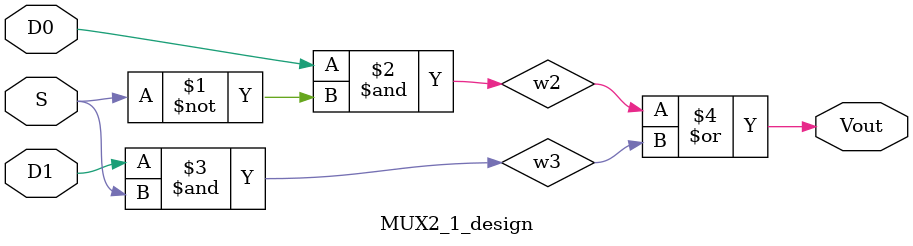
<source format=v>
module MUX2_1_design(
    input D0,
    input D1,
    input S,
    output Vout
    );
    wire w2, w3;
    and U2(w2, D0, ~S);
    and U3(w3, D1, S);
    or U4(Vout, w2, w3);
endmodule
</source>
